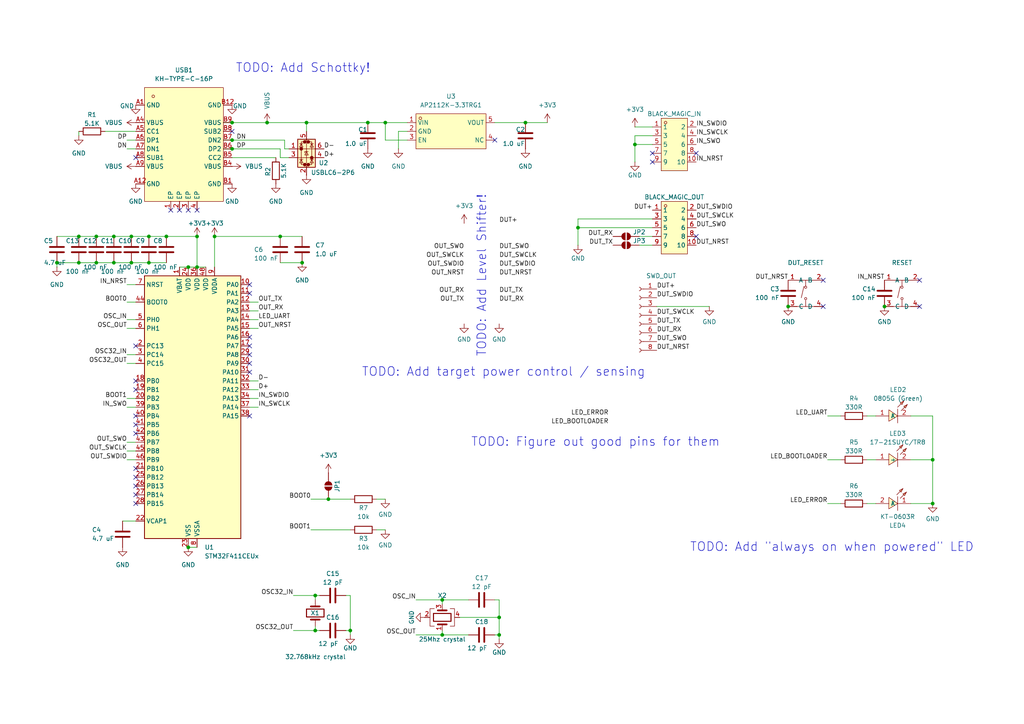
<source format=kicad_sch>
(kicad_sch (version 20231120) (generator "eeschema") (generator_version "8.0")
  (paper "A4")
  (lib_symbols
    (symbol "1.0 uF_1" (pin_numbers hide) (pin_names (offset 0.254))
      (property "Reference" "C" (at 0.635 2.54 0))
      (property "Value" "1.0 uF" (at 0.635 -2.54 0))
      (symbol "1.0 uF_1_1_1"
        (pin passive line (at 0 3.81 270) (length 2.794) (name "~") (number "1"))
        (pin passive line (at 0 -3.81 90) (length 2.794) (name "~") (number "2"))
      )
    )
    (symbol "100 nF_1" (pin_numbers hide) (pin_names (offset 0.254))
      (property "Reference" "C" (at 0.635 2.54 0))
      (property "Value" "100 nF" (at 0.635 -2.54 0))
      (symbol "100 nF_1_1_1"
        (pin passive line (at 0 3.81 270) (length 2.794) (name "~") (number "1"))
        (pin passive line (at 0 -3.81 90) (length 2.794) (name "~") (number "2"))
      )
    )
    (symbol "Connector:Conn_01x08_Female" (pin_names (offset 1.016) hide)
      (property "Reference" "J" (at 0 10.16 0))
      (property "Value" "Conn_01x08_Female" (at 0 -12.7 0))
      (symbol "Conn_01x08_Female_1_1"
        (pin passive line (at -5.08 7.62 0) (length 3.81) (name "Pin_1") (number "1"))
        (pin passive line (at -5.08 5.08 0) (length 3.81) (name "Pin_2") (number "2"))
        (pin passive line (at -5.08 2.54 0) (length 3.81) (name "Pin_3") (number "3"))
        (pin passive line (at -5.08 0 0) (length 3.81) (name "Pin_4") (number "4"))
        (pin passive line (at -5.08 -2.54 0) (length 3.81) (name "Pin_5") (number "5"))
        (pin passive line (at -5.08 -5.08 0) (length 3.81) (name "Pin_6") (number "6"))
        (pin passive line (at -5.08 -7.62 0) (length 3.81) (name "Pin_7") (number "7"))
        (pin passive line (at -5.08 -10.16 0) (length 3.81) (name "Pin_8") (number "8"))
      )
    )
    (symbol "Device:R" (pin_numbers hide) (pin_names (offset 0))
      (property "Reference" "R" (at 2.032 0 90))
      (property "Value" "R" (at 0 0 90))
      (symbol "R_1_1"
        (pin passive line (at 0 3.81 270) (length 1.27) (name "~") (number "1"))
        (pin passive line (at 0 -3.81 90) (length 1.27) (name "~") (number "2"))
      )
    )
    (symbol "Jumper:SolderJumper_2_Open" (pin_numbers hide) (pin_names (offset 0) hide) (exclude_from_sim yes) (in_bom no)
      (property "Reference" "JP" (at 0 2.032 0))
      (property "Value" "SolderJumper_2_Open" (at 0 -2.54 0))
      (symbol "SolderJumper_2_Open_1_1"
        (pin passive line (at -3.81 0 0) (length 2.54) (name "A") (number "1"))
        (pin passive line (at 3.81 0 180) (length 2.54) (name "B") (number "2"))
      )
    )
    (symbol "MCU_ST_STM32F4:STM32F411CEUx"
      (property "Reference" "U" (at -12.7 39.37 0))
      (property "Value" "STM32F411CEUx" (at 10.16 39.37 0))
      (symbol "STM32F411CEUx_1_1"
        (pin power_in line (at -2.54 40.64 270) (length 2.54) (name "VBAT") (number "1"))
        (pin bidirectional line (at 17.78 35.56 180) (length 2.54) (name "PA0") (number "10"))
        (pin bidirectional line (at 17.78 33.02 180) (length 2.54) (name "PA1") (number "11"))
        (pin bidirectional line (at 17.78 30.48 180) (length 2.54) (name "PA2") (number "12"))
        (pin bidirectional line (at 17.78 27.94 180) (length 2.54) (name "PA3") (number "13"))
        (pin bidirectional line (at 17.78 25.4 180) (length 2.54) (name "PA4") (number "14"))
        (pin bidirectional line (at 17.78 22.86 180) (length 2.54) (name "PA5") (number "15"))
        (pin bidirectional line (at 17.78 20.32 180) (length 2.54) (name "PA6") (number "16"))
        (pin bidirectional line (at 17.78 17.78 180) (length 2.54) (name "PA7") (number "17"))
        (pin bidirectional line (at -15.24 7.62 0) (length 2.54) (name "PB0") (number "18"))
        (pin bidirectional line (at -15.24 5.08 0) (length 2.54) (name "PB1") (number "19"))
        (pin bidirectional line (at -15.24 17.78 0) (length 2.54) (name "PC13") (number "2"))
        (pin bidirectional line (at -15.24 2.54 0) (length 2.54) (name "PB2") (number "20"))
        (pin bidirectional line (at -15.24 -17.78 0) (length 2.54) (name "PB10") (number "21"))
        (pin power_out line (at -15.24 -33.02 0) (length 2.54) (name "VCAP1") (number "22"))
        (pin power_in line (at 0 -40.64 90) (length 2.54) (name "VSS") (number "23"))
        (pin power_in line (at 0 40.64 270) (length 2.54) (name "VDD") (number "24"))
        (pin bidirectional line (at -15.24 -20.32 0) (length 2.54) (name "PB12") (number "25"))
        (pin bidirectional line (at -15.24 -22.86 0) (length 2.54) (name "PB13") (number "26"))
        (pin bidirectional line (at -15.24 -25.4 0) (length 2.54) (name "PB14") (number "27"))
        (pin bidirectional line (at -15.24 -27.94 0) (length 2.54) (name "PB15") (number "28"))
        (pin bidirectional line (at 17.78 15.24 180) (length 2.54) (name "PA8") (number "29"))
        (pin bidirectional line (at -15.24 15.24 0) (length 2.54) (name "PC14") (number "3"))
        (pin bidirectional line (at 17.78 12.7 180) (length 2.54) (name "PA9") (number "30"))
        (pin bidirectional line (at 17.78 10.16 180) (length 2.54) (name "PA10") (number "31"))
        (pin bidirectional line (at 17.78 7.62 180) (length 2.54) (name "PA11") (number "32"))
        (pin bidirectional line (at 17.78 5.08 180) (length 2.54) (name "PA12") (number "33"))
        (pin bidirectional line (at 17.78 2.54 180) (length 2.54) (name "PA13") (number "34"))
        (pin passive line (at 0 -40.64 90) (length 2.54) hide (name "VSS") (number "35"))
        (pin power_in line (at 2.54 40.64 270) (length 2.54) (name "VDD") (number "36"))
        (pin bidirectional line (at 17.78 0 180) (length 2.54) (name "PA14") (number "37"))
        (pin bidirectional line (at 17.78 -2.54 180) (length 2.54) (name "PA15") (number "38"))
        (pin bidirectional line (at -15.24 0 0) (length 2.54) (name "PB3") (number "39"))
        (pin bidirectional line (at -15.24 12.7 0) (length 2.54) (name "PC15") (number "4"))
        (pin bidirectional line (at -15.24 -2.54 0) (length 2.54) (name "PB4") (number "40"))
        (pin bidirectional line (at -15.24 -5.08 0) (length 2.54) (name "PB5") (number "41"))
        (pin bidirectional line (at -15.24 -7.62 0) (length 2.54) (name "PB6") (number "42"))
        (pin bidirectional line (at -15.24 -10.16 0) (length 2.54) (name "PB7") (number "43"))
        (pin input line (at -15.24 30.48 0) (length 2.54) (name "BOOT0") (number "44"))
        (pin bidirectional line (at -15.24 -12.7 0) (length 2.54) (name "PB8") (number "45"))
        (pin bidirectional line (at -15.24 -15.24 0) (length 2.54) (name "PB9") (number "46"))
        (pin passive line (at 0 -40.64 90) (length 2.54) hide (name "VSS") (number "47"))
        (pin power_in line (at 5.08 40.64 270) (length 2.54) (name "VDD") (number "48"))
        (pin passive line (at 0 -40.64 90) (length 2.54) hide (name "VSS") (number "49"))
        (pin bidirectional line (at -15.24 25.4 0) (length 2.54) (name "PH0") (number "5"))
        (pin bidirectional line (at -15.24 22.86 0) (length 2.54) (name "PH1") (number "6"))
        (pin input line (at -15.24 35.56 0) (length 2.54) (name "NRST") (number "7"))
        (pin power_in line (at 2.54 -40.64 90) (length 2.54) (name "VSSA") (number "8"))
        (pin power_in line (at 7.62 40.64 270) (length 2.54) (name "VDDA") (number "9"))
      )
    )
    (symbol "Ostranna:1.0 uF" (pin_numbers hide) (pin_names (offset 0.254))
      (property "Reference" "C" (at 0.635 2.54 0))
      (property "Value" "1.0 uF" (at 0.635 -2.54 0))
      (symbol "1.0 uF_1_1"
        (pin passive line (at 0 3.81 270) (length 2.794) (name "~") (number "1"))
        (pin passive line (at 0 -3.81 90) (length 2.794) (name "~") (number "2"))
      )
    )
    (symbol "Ostranna:100 nF" (pin_numbers hide) (pin_names (offset 0.254))
      (property "Reference" "C" (at 0.635 2.54 0))
      (property "Value" "100 nF" (at 0.635 -2.54 0))
      (symbol "100 nF_1_1"
        (pin passive line (at 0 3.81 270) (length 2.794) (name "~") (number "1"))
        (pin passive line (at 0 -3.81 90) (length 2.794) (name "~") (number "2"))
      )
    )
    (symbol "Ostranna:100R Resistor" (pin_numbers hide) (pin_names (offset 0))
      (property "Reference" "R" (at 2.032 0 90))
      (property "Value" "100R Resistor" (at 0 0 90))
      (symbol "100R Resistor_1_1"
        (pin passive line (at 0 3.81 270) (length 1.27) (name "~") (number "1"))
        (pin passive line (at 0 -3.81 90) (length 1.27) (name "~") (number "2"))
      )
    )
    (symbol "Ostranna:10k Resistor" (pin_numbers hide) (pin_names (offset 0))
      (property "Reference" "R" (at 0 2.032 0))
      (property "Value" "10k" (at 0 0 0))
      (symbol "10k Resistor_1_1"
        (pin passive line (at -3.81 0 0) (length 1.27) (name "~") (number "1"))
        (pin passive line (at 3.81 0 180) (length 1.27) (name "~") (number "2"))
      )
    )
    (symbol "Ostranna:12 pF" (pin_numbers hide) (pin_names (offset 0.254))
      (property "Reference" "C" (at 0.635 2.54 0))
      (property "Value" "12 pF" (at 0.635 -2.54 0))
      (symbol "12 pF_1_1"
        (pin passive line (at 0 3.81 270) (length 2.794) (name "~") (number "1"))
        (pin passive line (at 0 -3.81 90) (length 2.794) (name "~") (number "2"))
      )
    )
    (symbol "Ostranna:25Mhz crystal" (pin_names (offset 1.016) hide)
      (property "Reference" "X" (at 3.175 5.08 0))
      (property "Value" "25Mhz crystal" (at 3.175 3.175 0))
      (symbol "25Mhz crystal_1_1"
        (pin passive line (at -3.81 0 0) (length 1.27) (name "1") (number "1"))
        (pin passive line (at 0 5.08 270) (length 1.27) (name "2") (number "2"))
        (pin passive line (at 3.81 0 180) (length 1.27) (name "3") (number "3"))
        (pin passive line (at 0 -5.08 90) (length 1.27) (name "4") (number "4"))
      )
    )
    (symbol "Ostranna:32.768kHz crystal" (pin_numbers hide) (pin_names (offset 1.016) hide)
      (property "Reference" "X" (at 0 3.81 0))
      (property "Value" "32.768kHz crystal" (at 0 -3.81 0))
      (symbol "32.768kHz crystal_1_1"
        (pin passive line (at -3.81 0 0) (length 1.27) (name "1") (number "1"))
        (pin passive line (at 3.81 0 180) (length 1.27) (name "2") (number "2"))
      )
    )
    (symbol "Ostranna:4.7 uF" (pin_numbers hide) (pin_names (offset 0.254))
      (property "Reference" "C" (at 0.635 2.54 0))
      (property "Value" "4.7 uF" (at 0.635 -2.54 0))
      (symbol "4.7 uF_1_1"
        (pin passive line (at 0 3.81 270) (length 2.794) (name "~") (number "1"))
        (pin passive line (at 0 -3.81 90) (length 2.794) (name "~") (number "2"))
      )
    )
    (symbol "Power_Protection:USBLC6-2P6" (pin_names hide)
      (property "Reference" "U" (at 0.635 5.715 0))
      (property "Value" "USBLC6-2P6" (at 0.635 3.81 0))
      (symbol "USBLC6-2P6_1_1"
        (pin passive line (at -5.08 0 0) (length 2.54) (name "I/O1") (number "1"))
        (pin passive line (at 0 -7.62 90) (length 2.54) (name "GND") (number "2"))
        (pin passive line (at -5.08 -2.54 0) (length 2.54) (name "I/O2") (number "3"))
        (pin passive line (at 5.08 -2.54 180) (length 2.54) (name "I/O2") (number "4"))
        (pin passive line (at 0 5.08 270) (length 2.54) (name "VBUS") (number "5"))
        (pin passive line (at 5.08 0 180) (length 2.54) (name "I/O1") (number "6"))
      )
    )
    (symbol "easyeda2kicad:0805G(Green)"
      (property "Reference" "LED" (at 0 5.08 0))
      (property "Value" "0805G (Green)" (at 0 -5.08 0))
      (symbol "0805G(Green)_0_1"
        (pin unspecified line (at 5.08 0 180) (length 3.81) (name "A") (number "1"))
        (pin unspecified line (at -5.08 0 0) (length 3.81) (name "K") (number "2"))
      )
    )
    (symbol "easyeda2kicad:17-21SUYC_TR8"
      (property "Reference" "LED" (at 0 5.08 0))
      (property "Value" "17-21SUYC/TR8" (at 0 -5.08 0))
      (symbol "17-21SUYC_TR8_0_1"
        (pin unspecified line (at 5.08 0 180) (length 3.81) (name "+") (number "1"))
        (pin unspecified line (at -5.08 0 0) (length 3.81) (name "-") (number "2"))
      )
    )
    (symbol "easyeda2kicad:AP2112K-3.3TRG1"
      (property "Reference" "U" (at 0 7.62 0))
      (property "Value" "AP2112K-3.3TRG1" (at 0 -7.62 0))
      (symbol "AP2112K-3.3TRG1_0_1"
        (pin unspecified line (at -12.7 2.54 0) (length 2.54) (name "VIN") (number "1"))
        (pin unspecified line (at -12.7 0 0) (length 2.54) (name "GND") (number "2"))
        (pin unspecified line (at -12.7 -2.54 0) (length 2.54) (name "EN") (number "3"))
        (pin unspecified line (at 12.7 -2.54 180) (length 2.54) (name "NC") (number "4"))
        (pin unspecified line (at 12.7 2.54 180) (length 2.54) (name "VOUT") (number "5"))
      )
    )
    (symbol "easyeda2kicad:KH-1.27PH180-2X5P-L7.2-SMT"
      (property "Reference" "H" (at 0 10.16 0))
      (property "Value" "KH-1.27PH180-2X5P-L7.2-SMT" (at 0 -10.16 0))
      (symbol "KH-1.27PH180-2X5P-L7.2-SMT_0_1"
        (pin unspecified line (at -6.35 5.08 0) (length 2.54) (name "1") (number "1"))
        (pin unspecified line (at 6.35 -5.08 180) (length 2.54) (name "10") (number "10"))
        (pin unspecified line (at 6.35 5.08 180) (length 2.54) (name "2") (number "2"))
        (pin unspecified line (at -6.35 2.54 0) (length 2.54) (name "3") (number "3"))
        (pin unspecified line (at 6.35 2.54 180) (length 2.54) (name "4") (number "4"))
        (pin unspecified line (at -6.35 0 0) (length 2.54) (name "5") (number "5"))
        (pin unspecified line (at 6.35 0 180) (length 2.54) (name "6") (number "6"))
        (pin unspecified line (at -6.35 -2.54 0) (length 2.54) (name "7") (number "7"))
        (pin unspecified line (at 6.35 -2.54 180) (length 2.54) (name "8") (number "8"))
        (pin unspecified line (at -6.35 -5.08 0) (length 2.54) (name "9") (number "9"))
      )
    )
    (symbol "easyeda2kicad:KH-TYPE-C-16P"
      (property "Reference" "USB" (at 0 17.78 0))
      (property "Value" "KH-TYPE-C-16P" (at 0 -22.86 0))
      (symbol "KH-TYPE-C-16P_0_1"
        (pin unspecified line (at -5.08 -17.78 90) (length 2.54) (name "EP") (number "1"))
        (pin unspecified line (at -2.54 -17.78 90) (length 2.54) (name "EP") (number "2"))
        (pin unspecified line (at 0 -17.78 90) (length 2.54) (name "EP") (number "3"))
        (pin unspecified line (at 2.54 -17.78 90) (length 2.54) (name "EP") (number "4"))
        (pin unspecified line (at -15.24 12.7 0) (length 2.54) (name "GND") (number "A1"))
        (pin unspecified line (at -15.24 -10.16 0) (length 2.54) (name "GND") (number "A12"))
        (pin unspecified line (at -15.24 7.62 0) (length 2.54) (name "VBUS") (number "A4"))
        (pin unspecified line (at -15.24 5.08 0) (length 2.54) (name "CC1") (number "A5"))
        (pin unspecified line (at -15.24 2.54 0) (length 2.54) (name "DP1") (number "A6"))
        (pin unspecified line (at -15.24 0 0) (length 2.54) (name "DN1") (number "A7"))
        (pin unspecified line (at -15.24 -2.54 0) (length 2.54) (name "SUB1") (number "A8"))
        (pin unspecified line (at -15.24 -5.08 0) (length 2.54) (name "VBUS") (number "A9"))
        (pin unspecified line (at 12.7 -10.16 180) (length 2.54) (name "GND") (number "B1"))
        (pin unspecified line (at 12.7 12.7 180) (length 2.54) (name "GND") (number "B12"))
        (pin unspecified line (at 12.7 -5.08 180) (length 2.54) (name "VBUS") (number "B4"))
        (pin unspecified line (at 12.7 -2.54 180) (length 2.54) (name "CC2") (number "B5"))
        (pin unspecified line (at 12.7 0 180) (length 2.54) (name "DP2") (number "B6"))
        (pin unspecified line (at 12.7 2.54 180) (length 2.54) (name "DN2") (number "B7"))
        (pin unspecified line (at 12.7 5.08 180) (length 2.54) (name "SUB2") (number "B8"))
        (pin unspecified line (at 12.7 7.62 180) (length 2.54) (name "VBUS") (number "B9"))
      )
    )
    (symbol "easyeda2kicad:KT-0603R"
      (property "Reference" "LED" (at 0 5.08 0))
      (property "Value" "KT-0603R" (at 0 -5.08 0))
      (symbol "KT-0603R_0_1"
        (pin unspecified line (at -5.08 0 0) (length 3.81) (name "K") (number "1"))
        (pin unspecified line (at 5.08 0 180) (length 3.81) (name "A") (number "2"))
      )
    )
    (symbol "easyeda2kicad:TS-1187A-B-A-B"
      (property "Reference" "SW" (at 0 7.62 0))
      (property "Value" "TS-1187A-B-A-B" (at 0 -10.16 0))
      (symbol "TS-1187A-B-A-B_0_1"
        (pin unspecified line (at -5.08 2.54 0) (length 2.54) (name "A") (number "1"))
        (pin unspecified line (at 5.08 2.54 180) (length 2.54) (name "B") (number "2"))
        (pin unspecified line (at -5.08 -5.08 0) (length 2.54) (name "C") (number "3"))
        (pin unspecified line (at 5.08 -5.08 180) (length 2.54) (name "D") (number "4"))
      )
    )
    (symbol "power:+3V3" (power) (pin_numbers hide) (pin_names (offset 0) hide)
      (property "Value" "+3V3" (at 0 3.556 0))
      (symbol "+3V3_1_1"
        (pin power_in line (at 0 0 90) (length 0) (name "~") (number "1"))
      )
    )
    (symbol "power:GND" (power) (pin_numbers hide) (pin_names (offset 0) hide)
      (property "Value" "GND" (at 0 -3.81 0))
      (symbol "GND_1_1"
        (pin power_in line (at 0 0 270) (length 0) (name "~") (number "1"))
      )
    )
    (symbol "power:VBUS" (power) (pin_numbers hide) (pin_names (offset 0) hide)
      (property "Value" "VBUS" (at 0 3.556 0))
      (symbol "VBUS_1_1"
        (pin power_in line (at 0 0 90) (length 0) (name "~") (number "1"))
      )
    )
  )
  (junction (at 144.78 179.07))
  (junction (at 67.31 35.56))
  (junction (at 16.51 76.2))
  (junction (at 62.23 68.58))
  (junction (at 27.94 68.58))
  (junction (at 81.28 68.58))
  (junction (at 33.02 68.58))
  (junction (at 43.18 68.58))
  (junction (at 144.78 184.15))
  (junction (at 101.6 182.88))
  (junction (at 184.15 41.91))
  (junction (at 128.27 184.15))
  (junction (at 43.18 76.2))
  (junction (at 106.68 35.56))
  (junction (at 228.6 88.9))
  (junction (at 88.9 35.56))
  (junction (at 87.63 76.2))
  (junction (at 22.86 68.58))
  (junction (at 27.94 76.2))
  (junction (at 91.44 172.72))
  (junction (at 57.15 77.47))
  (junction (at 95.25 144.78))
  (junction (at 38.1 76.2))
  (junction (at 48.26 68.58))
  (junction (at 54.61 158.75))
  (junction (at 128.27 173.99))
  (junction (at 33.02 76.2))
  (junction (at 57.15 68.58))
  (junction (at 91.44 182.88))
  (junction (at 54.61 77.47))
  (junction (at 67.31 40.64))
  (junction (at 111.76 35.56))
  (junction (at 67.31 43.18))
  (junction (at 167.64 66.04))
  (junction (at 152.4 35.56))
  (junction (at 270.51 146.05))
  (junction (at 38.1 68.58))
  (junction (at 256.54 88.9))
  (junction (at 22.86 76.2))
  (junction (at 270.51 133.35))
  (junction (at 77.47 35.56))
  (no_connect (at 39.37 143.51))
  (no_connect (at 72.39 97.79))
  (no_connect (at 39.37 45.72))
  (no_connect (at 39.37 120.65))
  (no_connect (at 266.7 88.9))
  (no_connect (at 72.39 100.33))
  (no_connect (at 201.93 44.45))
  (no_connect (at 238.76 88.9))
  (no_connect (at 39.37 100.33))
  (no_connect (at 52.07 60.96))
  (no_connect (at 238.76 81.28))
  (no_connect (at 72.39 82.55))
  (no_connect (at 72.39 107.95))
  (no_connect (at 72.39 105.41))
  (no_connect (at 49.53 60.96))
  (no_connect (at 189.23 46.99))
  (no_connect (at 39.37 138.43))
  (no_connect (at 39.37 140.97))
  (no_connect (at 72.39 85.09))
  (no_connect (at 39.37 146.05))
  (no_connect (at 72.39 102.87))
  (no_connect (at 39.37 113.03))
  (no_connect (at 189.23 44.45))
  (no_connect (at 72.39 120.65))
  (no_connect (at 39.37 135.89))
  (no_connect (at 201.93 68.58))
  (no_connect (at 39.37 110.49))
  (no_connect (at 39.37 125.73))
  (no_connect (at 54.61 60.96))
  (no_connect (at 57.15 60.96))
  (no_connect (at 266.7 81.28))
  (no_connect (at 143.51 40.64))
  (no_connect (at 39.37 123.19))
  (no_connect (at 67.31 38.1))
  (wire (pts (xy 33.02 76.2) (xy 38.1 76.2)))
  (wire (pts (xy 38.1 68.58) (xy 43.18 68.58)))
  (wire (pts (xy 74.93 110.49) (xy 72.39 110.49)))
  (wire (pts (xy 74.93 92.71) (xy 72.39 92.71)))
  (wire (pts (xy 16.51 77.47) (xy 16.51 76.2)))
  (wire (pts (xy 270.51 133.35) (xy 270.51 146.05)))
  (wire (pts (xy 115.57 38.1) (xy 115.57 43.18)))
  (wire (pts (xy 120.65 184.15) (xy 128.27 184.15)))
  (wire (pts (xy 72.39 87.63) (xy 74.93 87.63)))
  (wire (pts (xy 74.93 95.25) (xy 72.39 95.25)))
  (wire (pts (xy 144.78 179.07) (xy 144.78 184.15)))
  (wire (pts (xy 251.46 120.65) (xy 254 120.65)))
  (wire (pts (xy 111.76 40.64) (xy 111.76 35.56)))
  (wire (pts (xy 67.31 45.72) (xy 80.01 45.72)))
  (wire (pts (xy 264.16 133.35) (xy 270.51 133.35)))
  (wire (pts (xy 101.6 153.67) (xy 90.17 153.67)))
  (wire (pts (xy 111.76 144.78) (xy 109.22 144.78)))
  (wire (pts (xy 57.15 68.58) (xy 57.15 77.47)))
  (wire (pts (xy 36.83 43.18) (xy 39.37 43.18)))
  (wire (pts (xy 36.83 87.63) (xy 39.37 87.63)))
  (wire (pts (xy 81.28 76.2) (xy 87.63 76.2)))
  (wire (pts (xy 167.64 66.04) (xy 189.23 66.04)))
  (wire (pts (xy 22.86 76.2) (xy 27.94 76.2)))
  (wire (pts (xy 133.35 179.07) (xy 144.78 179.07)))
  (wire (pts (xy 27.94 68.58) (xy 33.02 68.58)))
  (wire (pts (xy 57.15 77.47) (xy 59.69 77.47)))
  (wire (pts (xy 27.94 76.2) (xy 33.02 76.2)))
  (wire (pts (xy 82.55 40.64) (xy 67.31 40.64)))
  (wire (pts (xy 54.61 77.47) (xy 57.15 77.47)))
  (wire (pts (xy 36.83 133.35) (xy 39.37 133.35)))
  (wire (pts (xy 189.23 63.5) (xy 167.64 63.5)))
  (wire (pts (xy 167.64 71.12) (xy 167.64 66.04)))
  (wire (pts (xy 16.51 68.58) (xy 22.86 68.58)))
  (wire (pts (xy 106.68 35.56) (xy 111.76 35.56)))
  (wire (pts (xy 243.84 146.05) (xy 240.03 146.05)))
  (wire (pts (xy 81.28 43.18) (xy 67.31 43.18)))
  (wire (pts (xy 77.47 35.56) (xy 88.9 35.56)))
  (wire (pts (xy 118.11 40.64) (xy 111.76 40.64)))
  (wire (pts (xy 64.77 40.64) (xy 67.31 40.64)))
  (wire (pts (xy 270.51 146.05) (xy 264.16 146.05)))
  (wire (pts (xy 184.15 36.83) (xy 189.23 36.83)))
  (wire (pts (xy 64.77 43.18) (xy 67.31 43.18)))
  (wire (pts (xy 38.1 76.2) (xy 43.18 76.2)))
  (wire (pts (xy 95.25 144.78) (xy 101.6 144.78)))
  (wire (pts (xy 64.77 35.56) (xy 67.31 35.56)))
  (wire (pts (xy 36.83 82.55) (xy 39.37 82.55)))
  (wire (pts (xy 72.39 118.11) (xy 74.93 118.11)))
  (wire (pts (xy 184.15 39.37) (xy 184.15 41.91)))
  (wire (pts (xy 111.76 35.56) (xy 118.11 35.56)))
  (wire (pts (xy 62.23 68.58) (xy 81.28 68.58)))
  (wire (pts (xy 100.33 172.72) (xy 101.6 172.72)))
  (wire (pts (xy 243.84 120.65) (xy 240.03 120.65)))
  (wire (pts (xy 30.48 38.1) (xy 39.37 38.1)))
  (wire (pts (xy 264.16 120.65) (xy 270.51 120.65)))
  (wire (pts (xy 67.31 35.56) (xy 77.47 35.56)))
  (wire (pts (xy 36.83 128.27) (xy 39.37 128.27)))
  (wire (pts (xy 72.39 90.17) (xy 74.93 90.17)))
  (wire (pts (xy 144.78 185.42) (xy 144.78 184.15)))
  (wire (pts (xy 143.51 184.15) (xy 144.78 184.15)))
  (wire (pts (xy 120.65 173.99) (xy 128.27 173.99)))
  (wire (pts (xy 135.89 173.99) (xy 128.27 173.99)))
  (wire (pts (xy 36.83 40.64) (xy 39.37 40.64)))
  (wire (pts (xy 54.61 158.75) (xy 57.15 158.75)))
  (wire (pts (xy 88.9 38.1) (xy 88.9 35.56)))
  (wire (pts (xy 81.28 68.58) (xy 87.63 68.58)))
  (wire (pts (xy 185.42 71.12) (xy 189.23 71.12)))
  (wire (pts (xy 48.26 68.58) (xy 57.15 68.58)))
  (wire (pts (xy 36.83 130.81) (xy 39.37 130.81)))
  (wire (pts (xy 35.56 151.13) (xy 39.37 151.13)))
  (wire (pts (xy 82.55 43.18) (xy 83.82 43.18)))
  (wire (pts (xy 16.51 76.2) (xy 22.86 76.2)))
  (wire (pts (xy 184.15 46.99) (xy 184.15 41.91)))
  (wire (pts (xy 270.51 120.65) (xy 270.51 133.35)))
  (wire (pts (xy 92.71 172.72) (xy 91.44 172.72)))
  (wire (pts (xy 33.02 68.58) (xy 38.1 68.58)))
  (wire (pts (xy 36.83 102.87) (xy 39.37 102.87)))
  (wire (pts (xy 152.4 35.56) (xy 158.75 35.56)))
  (wire (pts (xy 143.51 35.56) (xy 152.4 35.56)))
  (wire (pts (xy 85.09 172.72) (xy 91.44 172.72)))
  (wire (pts (xy 82.55 43.18) (xy 82.55 40.64)))
  (wire (pts (xy 101.6 172.72) (xy 101.6 182.88)))
  (wire (pts (xy 88.9 35.56) (xy 106.68 35.56)))
  (wire (pts (xy 91.44 182.88) (xy 91.44 181.61)))
  (wire (pts (xy 43.18 68.58) (xy 48.26 68.58)))
  (wire (pts (xy 144.78 173.99) (xy 143.51 173.99)))
  (wire (pts (xy 95.25 144.78) (xy 90.17 144.78)))
  (wire (pts (xy 81.28 45.72) (xy 81.28 43.18)))
  (wire (pts (xy 167.64 63.5) (xy 167.64 66.04)))
  (wire (pts (xy 36.83 118.11) (xy 39.37 118.11)))
  (wire (pts (xy 91.44 172.72) (xy 91.44 173.99)))
  (wire (pts (xy 22.86 39.37) (xy 22.86 38.1)))
  (wire (pts (xy 100.33 182.88) (xy 101.6 182.88)))
  (wire (pts (xy 85.09 182.88) (xy 91.44 182.88)))
  (wire (pts (xy 81.28 45.72) (xy 83.82 45.72)))
  (wire (pts (xy 111.76 153.67) (xy 109.22 153.67)))
  (wire (pts (xy 135.89 184.15) (xy 128.27 184.15)))
  (wire (pts (xy 128.27 184.15) (xy 128.27 182.88)))
  (wire (pts (xy 185.42 68.58) (xy 189.23 68.58)))
  (wire (pts (xy 52.07 77.47) (xy 54.61 77.47)))
  (wire (pts (xy 92.71 182.88) (xy 91.44 182.88)))
  (wire (pts (xy 251.46 133.35) (xy 254 133.35)))
  (wire (pts (xy 184.15 41.91) (xy 189.23 41.91)))
  (wire (pts (xy 36.83 115.57) (xy 39.37 115.57)))
  (wire (pts (xy 118.11 38.1) (xy 115.57 38.1)))
  (wire (pts (xy 36.83 95.25) (xy 39.37 95.25)))
  (wire (pts (xy 101.6 184.15) (xy 101.6 182.88)))
  (wire (pts (xy 144.78 173.99) (xy 144.78 179.07)))
  (wire (pts (xy 189.23 39.37) (xy 184.15 39.37)))
  (wire (pts (xy 243.84 133.35) (xy 240.03 133.35)))
  (wire (pts (xy 72.39 115.57) (xy 74.93 115.57)))
  (wire (pts (xy 22.86 68.58) (xy 27.94 68.58)))
  (wire (pts (xy 251.46 146.05) (xy 254 146.05)))
  (wire (pts (xy 190.5 88.9) (xy 205.74 88.9)))
  (wire (pts (xy 128.27 173.99) (xy 128.27 175.26)))
  (wire (pts (xy 36.83 92.71) (xy 39.37 92.71)))
  (wire (pts (xy 36.83 105.41) (xy 39.37 105.41)))
  (wire (pts (xy 43.18 76.2) (xy 48.26 76.2)))
  (wire (pts (xy 74.93 113.03) (xy 72.39 113.03)))
  (wire (pts (xy 62.23 68.58) (xy 62.23 77.47)))
  (text "TODO: Figure out good pins for them" (at 172.72 128.27 0) (effects (font (size 2.54 2.54))))
  (text "TODO: Add Schottky!" (at 87.884 19.812 0) (effects (font (size 2.54 2.54))))
  (text "TODO: Add target power control / sensing" (at 146.05 107.95 0) (effects (font (size 2.54 2.54))))
  (text "TODO: Add Level Shifter!\n" (at 139.7 80.01 90) (effects (font (size 2.54 2.54))))
  (text "TODO: Add \"always on when powered\" LED" (at 241.3 158.75 0) (effects (font (size 2.54 2.54))))
  (label "OSC32_IN" (at 36.83 102.87 180))
  (label "LED_ERROR" (at 176.53 120.65 180))
  (label "IN_SWDIO" (at 74.93 115.57 0))
  (label "BOOT1" (at 90.17 153.67 180))
  (label "OUT_SWO" (at 134.62 72.39 180))
  (label "D+" (at 93.98 45.72 0))
  (label "DUT_TX" (at 190.5 93.98 0))
  (label "DN" (at 36.83 43.18 180))
  (label "OSC32_IN" (at 85.09 172.72 180))
  (label "LED_ERROR" (at 240.03 146.05 180))
  (label "OSC_OUT" (at 36.83 95.25 180))
  (label "OSC_OUT" (at 120.65 184.15 180))
  (label "D-" (at 93.98 43.18 0))
  (label "DUT_SWO" (at 201.93 66.04 0))
  (label "DUT_SWDIO" (at 201.93 60.96 0))
  (label "OUT_SWO" (at 36.83 128.27 180))
  (label "DP" (at 36.83 40.64 180))
  (label "DUT_RX" (at 177.8 68.58 180))
  (label "DUT+" (at 144.78 64.77 0))
  (label "IN_NRST" (at 201.93 46.99 0))
  (label "OUT_RX" (at 74.93 90.17 0))
  (label "BOOT0" (at 90.17 144.78 180))
  (label "IN_NRST" (at 36.83 82.55 180))
  (label "IN_SWCLK" (at 74.93 118.11 0))
  (label "BOOT0" (at 36.83 87.63 180))
  (label "BOOT1" (at 36.83 115.57 180))
  (label "DUT_RX" (at 144.78 87.63 0))
  (label "LED_UART" (at 240.03 120.65 180))
  (label "OUT_NRST" (at 74.93 95.25 0))
  (label "OUT_SWDIO" (at 134.62 77.47 180))
  (label "IN_SWDIO" (at 201.93 36.83 0))
  (label "LED_BOOTLOADER" (at 240.03 133.35 180))
  (label "DUT_SWCLK" (at 144.78 74.93 0))
  (label "DUT_SWO" (at 144.78 72.39 0))
  (label "DUT+" (at 189.23 60.96 180))
  (label "LED_BOOTLOADER" (at 176.53 123.19 180))
  (label "DUT_SWO" (at 190.5 99.06 0))
  (label "DUT_SWCLK" (at 190.5 91.44 0))
  (label "LED_UART" (at 74.93 92.71 0))
  (label "D-" (at 74.93 110.49 0))
  (label "OSC32_OUT" (at 85.09 182.88 180))
  (label "IN_SWO" (at 36.83 118.11 180))
  (label "D+" (at 74.93 113.03 0))
  (label "OUT_TX" (at 134.62 87.63 180))
  (label "DUT_SWDIO" (at 144.78 77.47 0))
  (label "DP" (at 68.58 43.18 0))
  (label "OSC_IN" (at 120.65 173.99 180))
  (label "OUT_SWCLK" (at 134.62 74.93 180))
  (label "IN_NRST" (at 256.54 81.28 180))
  (label "OUT_SWCLK" (at 36.83 130.81 180))
  (label "OUT_SWDIO" (at 36.83 133.35 180))
  (label "DUT_NRST" (at 228.6 81.28 180))
  (label "OSC_IN" (at 36.83 92.71 180))
  (label "IN_SWCLK" (at 201.93 39.37 0))
  (label "DUT_NRST" (at 190.5 101.6 0))
  (label "DUT_TX" (at 177.8 71.12 180))
  (label "DN" (at 68.58 40.64 0))
  (label "DUT_SWCLK" (at 201.93 63.5 0))
  (label "IN_SWO" (at 201.93 41.91 0))
  (label "OUT_RX" (at 134.62 85.09 180))
  (label "OUT_NRST" (at 134.62 80.01 180))
  (label "DUT+" (at 190.5 83.82 0))
  (label "OSC32_OUT" (at 36.83 105.41 180))
  (label "DUT_NRST" (at 201.93 71.12 0))
  (label "DUT_TX" (at 144.78 85.09 0))
  (label "OUT_TX" (at 74.93 87.63 0))
  (label "DUT_NRST" (at 144.78 80.01 0))
  (label "DUT_RX" (at 190.5 96.52 0))
  (label "DUT_SWDIO" (at 190.5 86.36 0))
  (symbol (lib_id "power:GND") (at 106.68 43.18 0) (unit 1)
    (property "Reference" "#PWR013" (effects (hide yes)))
    (property "Value" "GND" (at 106.68 48.26 0))
    (property "Description" "Power symbol creates a global label with name \"GND\" , ground" (effects (hide yes)))
  )
  (symbol (lib_id "power:GND") (at 144.78 93.98 0) (unit 1)
    (property "Reference" "#PWR017" (effects (hide yes)))
    (property "Value" "GND" (at 144.78 98.4234 0))
  )
  (symbol (lib_name "100 nF_1") (lib_id "Ostranna:100 nF") (at 33.02 72.39 0) (unit 1)
    (property "Reference" "C11" (at 29.21 69.85 0) (effects (justify left)))
    (property "Value" "100 nF" (at 29.21 78.74 0) (effects (justify left)))
    (property "Footprint" "Capacitor_SMD:C_0402_1005Metric" (effects (hide yes)))
    (property "Description" "Capacitor" (effects (hide yes)))
    (property "LCSC" "C1525" (effects (hide yes)))
    (property "LCSC type" "Basic" (effects (hide yes)))
  )
  (symbol (lib_id "power:GND") (at 80.01 53.34 0) (unit 1)
    (property "Reference" "#PWR010" (effects (hide yes)))
    (property "Value" "GND" (at 80.01 58.42 0))
    (property "Description" "Power symbol creates a global label with name \"GND\" , ground" (effects (hide yes)))
  )
  (symbol (lib_name "100 nF_1") (lib_id "Ostranna:100 nF") (at 38.1 72.39 0) (unit 1)
    (property "Reference" "C10" (at 34.29 69.85 0) (effects (justify left)))
    (property "Value" "100 nF" (at 34.29 77.47 0) (effects (justify left)))
    (property "Footprint" "Capacitor_SMD:C_0402_1005Metric" (effects (hide yes)))
    (property "Description" "Capacitor" (effects (hide yes)))
    (property "LCSC" "C1525" (effects (hide yes)))
    (property "LCSC type" "Basic" (effects (hide yes)))
  )
  (symbol (lib_id "power:GND") (at 152.4 43.18 0) (unit 1)
    (property "Reference" "#PWR015" (effects (hide yes)))
    (property "Value" "GND" (at 152.4 48.26 0))
    (property "Description" "Power symbol creates a global label with name \"GND\" , ground" (effects (hide yes)))
  )
  (symbol (lib_id "Ostranna:1.0 uF") (at 152.4 39.37 0) (unit 1)
    (property "Reference" "C2" (at 149.606 37.592 0) (effects (justify left)))
    (property "Value" "1.0 uF" (at 145.796 41.656 0) (effects (justify left)))
    (property "Footprint" "Capacitor_SMD:C_0603_1608Metric" (effects (hide yes)))
    (property "Description" "Capacitor" (effects (hide yes)))
    (property "LCSC" "C15849" (effects (hide yes)))
    (property "LCSC type" "Basic" (effects (hide yes)))
  )
  (symbol (lib_id "power:GND") (at 39.37 30.48 0) (unit 1)
    (property "Reference" "#PWR02" (effects (hide yes)))
    (property "Value" "GND" (at 36.83 30.734 0))
    (property "Description" "Power symbol creates a global label with name \"GND\" , ground" (effects (hide yes)))
  )
  (symbol (lib_name "100 nF_1") (lib_id "Ostranna:100 nF") (at 48.26 72.39 0) (unit 1)
    (property "Reference" "C8" (at 44.45 69.85 0) (effects (justify left)))
    (property "Value" "100 nF" (at 44.45 77.47 0) (effects (justify left)))
    (property "Footprint" "Capacitor_SMD:C_0402_1005Metric" (effects (hide yes)))
    (property "Description" "Capacitor" (effects (hide yes)))
    (property "LCSC" "C1525" (effects (hide yes)))
    (property "LCSC type" "Basic" (effects (hide yes)))
  )
  (symbol (lib_id "Jumper:SolderJumper_2_Open") (at 181.61 71.12 180) (unit 1) (exclude_from_sim yes) (in_bom no)
    (property "Reference" "JP3" (at 185.42 69.85 0))
    (property "Value" "SolderJumper_2_Open" (effects (hide yes)))
    (property "Footprint" "Jumper:SolderJumper-2_P1.3mm_Open_RoundedPad1.0x1.5mm" (effects (hide yes)))
    (property "Description" "Solder Jumper, 2-pole, open" (effects (hide yes)))
  )
  (symbol (lib_id "power:GND") (at 228.6 88.9 0) (unit 1)
    (property "Reference" "#PWR020" (effects (hide yes)))
    (property "Value" "GND" (at 228.6 93.3434 0))
  )
  (symbol (lib_id "power:GND") (at 88.9 50.8 0) (unit 1)
    (property "Reference" "#PWR012" (effects (hide yes)))
    (property "Value" "GND" (at 88.9 55.88 0))
    (property "Description" "Power symbol creates a global label with name \"GND\" , ground" (effects (hide yes)))
  )
  (symbol (lib_id "easyeda2kicad:KH-1.27PH180-2X5P-L7.2-SMT") (at 195.58 41.91 0) (unit 1)
    (property "Reference" "BLACK_MAGIC_IN" (at 195.58 33.02 0))
    (property "Value" "KH-1.27PH180-2X5P-L7.2-SMT" (effects (hide yes)))
    (property "Footprint" "easyeda2kicad:HDR-SMD_10P-P1.27-V-M-R2-C5-LS5.5" (effects (hide yes)))
    (property "Manufacturer" "kinghelm(金航标)" (effects (hide yes)))
    (property "LCSC Part" "C4943297" (effects (hide yes)))
    (property "JLC Part" "Extended Part" (effects (hide yes)))
  )
  (symbol (lib_id "power:VBUS") (at 39.37 48.26 90) (unit 1)
    (property "Reference" "#PWR04" (effects (hide yes)))
    (property "Value" "VBUS" (at 35.56 48.2599 90) (effects (justify left)))
    (property "Description" "Power symbol creates a global label with name \"VBUS\"" (effects (hide yes)))
  )
  (symbol (lib_id "Jumper:SolderJumper_2_Open") (at 181.61 68.58 180) (unit 1) (exclude_from_sim yes) (in_bom no)
    (property "Reference" "JP2" (at 185.42 67.31 0))
    (property "Value" "SolderJumper_2_Open" (effects (hide yes)))
    (property "Footprint" "Jumper:SolderJumper-2_P1.3mm_Open_RoundedPad1.0x1.5mm" (effects (hide yes)))
    (property "Description" "Solder Jumper, 2-pole, open" (effects (hide yes)))
  )
  (symbol (lib_id "easyeda2kicad:17-21SUYC_TR8") (at 259.08 133.35 0) (mirror y) (unit 1)
    (property "Reference" "LED3" (at 260.35 125.73 0))
    (property "Value" "17-21SUYC/TR8" (at 260.35 128.27 0))
    (property "Footprint" "easyeda2kicad:LED0805-R-RD" (effects (hide yes)))
    (property "Datasheet" "https://lcsc.com/product-detail/Light-Emitting-Diodes-LED_Yellow-light-0805-Highlighted_C2296.html" (effects (hide yes)))
    (property "LCSC Part" "C2296" (effects (hide yes)))
  )
  (symbol (lib_id "power:VBUS") (at 39.37 35.56 90) (unit 1)
    (property "Reference" "#PWR03" (effects (hide yes)))
    (property "Value" "VBUS" (at 35.56 35.5599 90) (effects (justify left)))
    (property "Description" "Power symbol creates a global label with name \"VBUS\"" (effects (hide yes)))
  )
  (symbol (lib_name "1.0 uF_1") (lib_id "Ostranna:1.0 uF") (at 87.63 72.39 0) (unit 1)
    (property "Reference" "C7" (at 91.44 71.1199 0) (effects (justify left)))
    (property "Value" "1.0 uF" (at 91.44 73.6599 0) (effects (justify left)))
    (property "Footprint" "Capacitor_SMD:C_0603_1608Metric" (effects (hide yes)))
    (property "Description" "Capacitor" (effects (hide yes)))
    (property "LCSC" "C15849" (effects (hide yes)))
    (property "LCSC type" "Basic" (effects (hide yes)))
  )
  (symbol (lib_id "Ostranna:100R Resistor") (at 247.65 133.35 270) (mirror x) (unit 1)
    (property "Reference" "R5" (at 247.65 128.27 90))
    (property "Value" "330R" (at 247.65 130.81 90))
    (property "Footprint" "Resistor_SMD:R_0603_1608Metric" (effects (hide yes)))
    (property "LCSC" "C22775" (effects (hide yes)))
  )
  (symbol (lib_id "power:+3V3") (at 62.23 68.58 0) (mirror y) (unit 1)
    (property "Reference" "#PWR027" (effects (hide yes)))
    (property "Value" "+3V3" (at 62.23 64.77 0))
    (property "Description" "Power symbol creates a global label with name \"+3V3\"" (effects (hide yes)))
  )
  (symbol (lib_id "power:GND") (at 16.51 77.47 0) (unit 1)
    (property "Reference" "#PWR025" (effects (hide yes)))
    (property "Value" "GND" (at 16.51 82.55 0))
    (property "Description" "Power symbol creates a global label with name \"GND\" , ground" (effects (hide yes)))
  )
  (symbol (lib_id "power:GND") (at 184.15 46.99 0) (unit 1)
    (property "Reference" "#PWR030" (effects (hide yes)))
    (property "Value" "GND" (at 184.15 50.8 0))
  )
  (symbol (lib_name "100 nF_1") (lib_id "Ostranna:100 nF") (at 81.28 72.39 0) (unit 1)
    (property "Reference" "C6" (at 73.66 72.39 0) (effects (justify left)))
    (property "Value" "100 nF" (at 73.66 74.93 0) (effects (justify left)))
    (property "Footprint" "Capacitor_SMD:C_0402_1005Metric" (effects (hide yes)))
    (property "Description" "Capacitor" (effects (hide yes)))
    (property "LCSC" "C1525" (effects (hide yes)))
    (property "LCSC type" "Basic" (effects (hide yes)))
  )
  (symbol (lib_name "100 nF_1") (lib_id "Ostranna:100 nF") (at 22.86 72.39 0) (unit 1)
    (property "Reference" "C13" (at 19.05 69.85 0) (effects (justify left)))
    (property "Value" "100 nF" (at 19.05 78.74 0) (effects (justify left)))
    (property "Footprint" "Capacitor_SMD:C_0402_1005Metric" (effects (hide yes)))
    (property "Description" "Capacitor" (effects (hide yes)))
    (property "LCSC" "C1525" (effects (hide yes)))
    (property "LCSC type" "Basic" (effects (hide yes)))
  )
  (symbol (lib_id "Ostranna:10k Resistor") (at 105.41 144.78 0) (unit 1)
    (property "Reference" "R7" (at 105.41 147.32 0))
    (property "Value" "10k" (at 105.41 149.86 0))
    (property "Footprint" "Resistor_SMD:R_0402_1005Metric" (effects (hide yes)))
    (property "Description" "Resistor" (effects (hide yes)))
    (property "LCSC" "C25744" (effects (hide yes)))
    (property "LCSC type" "Basic" (effects (hide yes)))
  )
  (symbol (lib_id "easyeda2kicad:TS-1187A-B-A-B") (at 261.62 83.82 0) (unit 1)
    (property "Reference" "RESET" (at 261.62 76.2 0))
    (property "Value" "TS-1187A-B-A-B" (effects (hide yes)))
    (property "Footprint" "easyeda2kicad:SW-SMD_4P-L5.1-W5.1-P3.70-LS6.5-TL-2" (effects (hide yes)))
    (property "Datasheet" "https://lcsc.com/product-detail/Tactile-Switches_XKB-Enterprise-TS-1187-B-A-A_C318884.html" (effects (hide yes)))
    (property "Manufacturer" "XKB Connectivity(中国星坤)" (effects (hide yes)))
    (property "LCSC Part" "C318884" (effects (hide yes)))
    (property "JLC Part" "Basic Part" (effects (hide yes)))
  )
  (symbol (lib_id "power:GND") (at 111.76 153.67 0) (unit 1)
    (property "Reference" "#PWR032" (effects (hide yes)))
    (property "Value" "GND" (at 111.76 158.1134 0))
  )
  (symbol (lib_id "power:VBUS") (at 77.47 35.56 0) (unit 1)
    (property "Reference" "#PWR09" (effects (hide yes)))
    (property "Value" "VBUS" (at 77.4699 31.75 90) (effects (justify left)))
    (property "Description" "Power symbol creates a global label with name \"VBUS\"" (effects (hide yes)))
  )
  (symbol (lib_id "Ostranna:4.7 uF") (at 35.56 154.94 0) (unit 1)
    (property "Reference" "C4" (at 26.67 153.67 0) (effects (justify left)))
    (property "Value" "4.7 uF" (at 26.67 156.21 0) (effects (justify left)))
    (property "Footprint" "Capacitor_SMD:C_0603_1608Metric" (effects (hide yes)))
    (property "Description" "Capacitor" (effects (hide yes)))
    (property "LCSC" "C19666" (effects (hide yes)))
    (property "LCSC type" "Basic" (effects (hide yes)))
  )
  (symbol (lib_id "Device:R") (at 26.67 38.1 90) (unit 1)
    (property "Reference" "R1" (at 26.67 33.274 90))
    (property "Value" "5.1K" (at 26.67 35.814 90))
    (property "Footprint" "Resistor_SMD:R_0402_1005Metric" (effects (hide yes)))
    (property "Description" "Resistor" (effects (hide yes)))
    (property "LCSC Part" "C25941" (effects (hide yes)))
  )
  (symbol (lib_id "power:GND") (at 111.76 144.78 0) (unit 1)
    (property "Reference" "#PWR033" (effects (hide yes)))
    (property "Value" "GND" (at 111.76 149.2234 0))
  )
  (symbol (lib_id "power:GND") (at 123.19 179.07 270) (mirror x) (unit 1)
    (property "Reference" "#PWR037" (effects (hide yes)))
    (property "Value" "GND" (at 119.38 179.07 0))
  )
  (symbol (lib_id "power:+3V3") (at 184.15 36.83 0) (mirror y) (unit 1)
    (property "Reference" "#PWR031" (effects (hide yes)))
    (property "Value" "+3V3" (at 184.15 31.75 0))
    (property "Description" "Power symbol creates a global label with name \"+3V3\"" (effects (hide yes)))
  )
  (symbol (lib_id "power:GND") (at 22.86 39.37 0) (unit 1)
    (property "Reference" "#PWR01" (effects (hide yes)))
    (property "Value" "GND" (at 22.86 44.45 0))
    (property "Description" "Power symbol creates a global label with name \"GND\" , ground" (effects (hide yes)))
  )
  (symbol (lib_id "easyeda2kicad:TS-1187A-B-A-B") (at 233.68 83.82 0) (unit 1)
    (property "Reference" "DUT_RESET" (at 233.68 76.2 0))
    (property "Value" "TS-1187A-B-A-B" (effects (hide yes)))
    (property "Footprint" "easyeda2kicad:SW-SMD_4P-L5.1-W5.1-P3.70-LS6.5-TL-2" (effects (hide yes)))
    (property "Datasheet" "https://lcsc.com/product-detail/Tactile-Switches_XKB-Enterprise-TS-1187-B-A-A_C318884.html" (effects (hide yes)))
    (property "Manufacturer" "XKB Connectivity(中国星坤)" (effects (hide yes)))
    (property "LCSC Part" "C318884" (effects (hide yes)))
    (property "JLC Part" "Basic Part" (effects (hide yes)))
  )
  (symbol (lib_id "Ostranna:100R Resistor") (at 247.65 146.05 270) (mirror x) (unit 1)
    (property "Reference" "R6" (at 247.65 140.97 90))
    (property "Value" "330R" (at 247.65 143.51 90))
    (property "Footprint" "Resistor_SMD:R_0603_1608Metric" (effects (hide yes)))
    (property "LCSC" "C22775" (effects (hide yes)))
  )
  (symbol (lib_id "Ostranna:12 pF") (at 139.7 173.99 270) (mirror x) (unit 1)
    (property "Reference" "C17" (at 139.7 167.64 90))
    (property "Value" "12 pF" (at 139.7 170.18 90))
    (property "Footprint" "Capacitor_SMD:C_0402_1005Metric" (effects (hide yes)))
    (property "LCSC" "C1547" (effects (hide yes)))
    (property "LCSC type" "Basic" (effects (hide yes)))
  )
  (symbol (lib_id "power:+3V3") (at 158.75 35.56 0) (mirror y) (unit 1)
    (property "Reference" "#PWR016" (effects (hide yes)))
    (property "Value" "+3V3" (at 158.75 30.48 0))
    (property "Description" "Power symbol creates a global label with name \"+3V3\"" (effects (hide yes)))
  )
  (symbol (lib_id "Ostranna:4.7 uF") (at 16.51 72.39 0) (unit 1)
    (property "Reference" "C5" (at 12.7 69.85 0) (effects (justify left)))
    (property "Value" "4.7 uF" (at 12.7 76.2 0) (effects (justify left)))
    (property "Footprint" "Capacitor_SMD:C_0603_1608Metric" (effects (hide yes)))
    (property "Description" "Capacitor" (effects (hide yes)))
    (property "LCSC" "C19666" (effects (hide yes)))
    (property "LCSC type" "Basic" (effects (hide yes)))
  )
  (symbol (lib_id "power:GND") (at 205.74 88.9 0) (unit 1)
    (property "Reference" "#PWR019" (effects (hide yes)))
    (property "Value" "GND" (at 205.74 93.3434 0))
  )
  (symbol (lib_id "MCU_ST_STM32F4:STM32F411CEUx") (at 54.61 118.11 0) (unit 1)
    (property "Reference" "U1" (at 59.3441 158.75 0) (effects (justify left)))
    (property "Value" "STM32F411CEUx" (at 59.3441 161.29 0) (effects (justify left)))
    (property "Footprint" "Package_DFN_QFN:QFN-48-1EP_7x7mm_P0.5mm_EP5.6x5.6mm" (effects (hide yes)))
    (property "Datasheet" "https://www.st.com/resource/en/datasheet/stm32f411ce.pdf" (effects (hide yes)))
    (property "Description" "STMicroelectronics Arm Cortex-M4 MCU, 512KB flash, 128KB RAM, 100 MHz, 1.7-3.6V, 36 GPIO, UFQFPN48" (effects (hide yes)))
  )
  (symbol (lib_id "Device:R") (at 80.01 49.53 0) (unit 1)
    (property "Reference" "R2" (at 77.724 49.784 90))
    (property "Value" "5.1K" (at 82.296 49.53 90))
    (property "Footprint" "Resistor_SMD:R_0402_1005Metric" (effects (hide yes)))
    (property "Description" "Resistor" (effects (hide yes)))
    (property "LCSC Part" "C25941" (effects (hide yes)))
  )
  (symbol (lib_id "power:GND") (at 54.61 158.75 0) (unit 1)
    (property "Reference" "#PWR023" (effects (hide yes)))
    (property "Value" "GND" (at 54.61 163.83 0))
    (property "Description" "Power symbol creates a global label with name \"GND\" , ground" (effects (hide yes)))
  )
  (symbol (lib_id "easyeda2kicad:KT-0603R") (at 259.08 146.05 0) (mirror y) (unit 1)
    (property "Reference" "LED4" (at 260.35 152.4 0))
    (property "Value" "KT-0603R" (at 260.35 149.86 0))
    (property "Footprint" "easyeda2kicad:LED0603-RD" (effects (hide yes)))
    (property "Datasheet" "https://lcsc.com/product-detail/Light-Emitting-Diodes-LED_Red-LED-0603_C2286.html" (effects (hide yes)))
    (property "LCSC Part" "C2286" (effects (hide yes)))
  )
  (symbol (lib_id "Ostranna:12 pF") (at 96.52 182.88 270) (mirror x) (unit 1)
    (property "Reference" "C16" (at 96.52 179.07 90))
    (property "Value" "12 pF" (at 95.25 186.69 90))
    (property "Footprint" "Capacitor_SMD:C_0402_1005Metric" (effects (hide yes)))
    (property "LCSC" "C1547" (effects (hide yes)))
    (property "LCSC type" "Basic" (effects (hide yes)))
  )
  (symbol (lib_id "power:GND") (at 87.63 76.2 0) (unit 1)
    (property "Reference" "#PWR028" (effects (hide yes)))
    (property "Value" "GND" (at 87.63 81.28 0))
    (property "Description" "Power symbol creates a global label with name \"GND\" , ground" (effects (hide yes)))
  )
  (symbol (lib_id "Ostranna:100 nF") (at 256.54 85.09 0) (mirror y) (unit 1)
    (property "Reference" "C14" (at 254 83.82 0) (effects (justify left)))
    (property "Value" "100 nF" (at 254 86.36 0) (effects (justify left)))
    (property "Footprint" "Capacitor_SMD:C_0402_1005Metric" (effects (hide yes)))
    (property "LCSC" "C1525" (effects (hide yes)))
    (property "LCSC type" "Basic" (effects (hide yes)))
  )
  (symbol (lib_id "power:GND") (at 67.31 53.34 0) (unit 1)
    (property "Reference" "#PWR08" (effects (hide yes)))
    (property "Value" "GND" (at 67.31 58.42 0))
    (property "Description" "Power symbol creates a global label with name \"GND\" , ground" (effects (hide yes)))
  )
  (symbol (lib_id "power:GND") (at 270.51 146.05 0) (unit 1)
    (property "Reference" "#PWR021" (effects (hide yes)))
    (property "Value" "GND" (at 270.51 150.4934 0))
  )
  (symbol (lib_id "power:GND") (at 256.54 88.9 0) (unit 1)
    (property "Reference" "#PWR029" (effects (hide yes)))
    (property "Value" "GND" (at 256.54 93.3434 0))
  )
  (symbol (lib_id "Ostranna:1.0 uF") (at 106.68 39.37 0) (unit 1)
    (property "Reference" "C1" (at 103.886 37.592 0) (effects (justify left)))
    (property "Value" "1.0 uF" (at 100.076 41.656 0) (effects (justify left)))
    (property "Footprint" "Capacitor_SMD:C_0603_1608Metric" (effects (hide yes)))
    (property "Description" "Capacitor" (effects (hide yes)))
    (property "LCSC" "C15849" (effects (hide yes)))
    (property "LCSC type" "Basic" (effects (hide yes)))
  )
  (symbol (lib_id "easyeda2kicad:0805G(Green)") (at 259.08 120.65 0) (mirror y) (unit 1)
    (property "Reference" "LED2" (at 260.475 113.03 0))
    (property "Value" "0805G (Green)" (at 260.475 115.57 0))
    (property "Footprint" "easyeda2kicad:LED0805-R-RD" (effects (hide yes)))
    (property "Datasheet" "https://lcsc.com/product-detail/Light-Emitting-Diodes-LED_Green-0805-Highlighted_C2297.html" (effects (hide yes)))
    (property "Manufacturer" "KENTO" (effects (hide yes)))
    (property "LCSC Part" "C2297" (effects (hide yes)))
    (property "JLC Part" "Basic Part" (effects (hide yes)))
  )
  (symbol (lib_id "power:GND") (at 115.57 43.18 0) (unit 1)
    (property "Reference" "#PWR014" (effects (hide yes)))
    (property "Value" "GND" (at 115.57 48.26 0))
    (property "Description" "Power symbol creates a global label with name \"GND\" , ground" (effects (hide yes)))
  )
  (symbol (lib_id "Ostranna:12 pF") (at 139.7 184.15 270) (mirror x) (unit 1)
    (property "Reference" "C18" (at 139.7 180.34 90))
    (property "Value" "12 pF" (at 138.43 187.96 90))
    (property "Footprint" "Capacitor_SMD:C_0402_1005Metric" (effects (hide yes)))
    (property "LCSC" "C1547" (effects (hide yes)))
    (property "LCSC type" "Basic" (effects (hide yes)))
  )
  (symbol (lib_id "Ostranna:12 pF") (at 96.52 172.72 270) (mirror x) (unit 1)
    (property "Reference" "C15" (at 96.52 166.37 90))
    (property "Value" "12 pF" (at 96.52 168.91 90))
    (property "Footprint" "Capacitor_SMD:C_0402_1005Metric" (effects (hide yes)))
    (property "LCSC" "C1547" (effects (hide yes)))
    (property "LCSC type" "Basic" (effects (hide yes)))
  )
  (symbol (lib_id "power:GND") (at 144.78 185.42 0) (mirror y) (unit 1)
    (property "Reference" "#PWR036" (effects (hide yes)))
    (property "Value" "GND" (at 144.78 189.23 0))
  )
  (symbol (lib_id "Connector:Conn_01x08_Female") (at 185.42 91.44 0) (mirror y) (unit 1)
    (property "Reference" "SWD_OUT" (at 191.77 80.01 0))
    (property "Value" "Conn_01x08_Female" (effects (hide yes)))
    (property "Footprint" "Connector_PinSocket_2.54mm:PinSocket_2x04_P2.54mm_Vertical" (effects (hide yes)))
  )
  (symbol (lib_id "Ostranna:100R Resistor") (at 247.65 120.65 270) (mirror x) (unit 1)
    (property "Reference" "R4" (at 247.65 115.57 90))
    (property "Value" "330R" (at 247.65 118.11 90))
    (property "Footprint" "Resistor_SMD:R_0603_1608Metric" (effects (hide yes)))
    (property "LCSC" "C22775" (effects (hide yes)))
  )
  (symbol (lib_id "power:GND") (at 67.31 30.48 0) (unit 1)
    (property "Reference" "#PWR06" (effects (hide yes)))
    (property "Value" "GND" (at 69.596 30.734 0))
    (property "Description" "Power symbol creates a global label with name \"GND\" , ground" (effects (hide yes)))
  )
  (symbol (lib_id "power:+3V3") (at 95.25 137.16 0) (mirror y) (unit 1)
    (property "Reference" "#PWR034" (effects (hide yes)))
    (property "Value" "+3V3" (at 95.25 132.08 0))
    (property "Description" "Power symbol creates a global label with name \"+3V3\"" (effects (hide yes)))
  )
  (symbol (lib_name "100 nF_1") (lib_id "Ostranna:100 nF") (at 43.18 72.39 0) (unit 1)
    (property "Reference" "C9" (at 39.37 69.85 0) (effects (justify left)))
    (property "Value" "100 nF" (at 39.37 78.74 0) (effects (justify left)))
    (property "Footprint" "Capacitor_SMD:C_0402_1005Metric" (effects (hide yes)))
    (property "Description" "Capacitor" (effects (hide yes)))
    (property "LCSC" "C1525" (effects (hide yes)))
    (property "LCSC type" "Basic" (effects (hide yes)))
  )
  (symbol (lib_id "power:GND") (at 167.64 71.12 0) (unit 1)
    (property "Reference" "#PWR018" (effects (hide yes)))
    (property "Value" "GND" (at 167.64 74.93 0))
  )
  (symbol (lib_id "Ostranna:25Mhz crystal") (at 128.27 179.07 90) (unit 1)
    (property "Reference" "X2" (at 128.27 172.72 90))
    (property "Value" "25Mhz crystal" (at 128.27 185.42 90))
    (property "Footprint" "Crystal:Crystal_SMD_2016-4Pin_2.0x1.6mm" (effects (hide yes)))
    (property "Description" "Four pin crystal, GND on pins 2 and 4" (effects (hide yes)))
    (property "LCSC" "C5265839" (effects (hide yes)))
  )
  (symbol (lib_id "easyeda2kicad:KH-TYPE-C-16P") (at 54.61 43.18 0) (unit 1)
    (property "Reference" "USB1" (at 53.34 20.32 0))
    (property "Value" "KH-TYPE-C-16P" (at 53.34 22.86 0))
    (property "Footprint" "easyeda2kicad:USB-C-SMD_KH-TYPE-C-16P" (effects (hide yes)))
    (property "Datasheet" "https://lcsc.com/product-detail/USB-Connectors_Shenzhen-Kinghelm-Elec-KH-TYPE-C-16P_C709357.html" (effects (hide yes)))
    (property "LCSC Part" "C709357" (effects (hide yes)))
  )
  (symbol (lib_id "power:+3V3") (at 134.62 64.77 0) (mirror y) (unit 1)
    (property "Reference" "#PWR011" (effects (hide yes)))
    (property "Value" "+3V3" (at 134.62 59.69 0))
    (property "Description" "Power symbol creates a global label with name \"+3V3\"" (effects (hide yes)))
  )
  (symbol (lib_id "easyeda2kicad:KH-1.27PH180-2X5P-L7.2-SMT") (at 195.58 66.04 0) (unit 1)
    (property "Reference" "BLACK_MAGIC_OUT" (at 195.58 57.15 0))
    (property "Value" "KH-1.27PH180-2X5P-L7.2-SMT" (effects (hide yes)))
    (property "Footprint" "easyeda2kicad:HDR-SMD_10P-P1.27-V-M-R2-C5-LS5.5" (effects (hide yes)))
    (property "Manufacturer" "kinghelm(金航标)" (effects (hide yes)))
    (property "LCSC Part" "C4943297" (effects (hide yes)))
    (property "JLC Part" "Extended Part" (effects (hide yes)))
  )
  (symbol (lib_id "power:GND") (at 134.62 93.98 0) (unit 1)
    (property "Reference" "#PWR022" (effects (hide yes)))
    (property "Value" "GND" (at 134.62 98.4234 0))
  )
  (symbol (lib_id "Ostranna:10k Resistor") (at 105.41 153.67 0) (unit 1)
    (property "Reference" "R3" (at 105.41 156.21 0))
    (property "Value" "10k" (at 105.41 158.75 0))
    (property "Footprint" "Resistor_SMD:R_0402_1005Metric" (effects (hide yes)))
    (property "Description" "Resistor" (effects (hide yes)))
    (property "LCSC" "C25744" (effects (hide yes)))
    (property "LCSC type" "Basic" (effects (hide yes)))
  )
  (symbol (lib_name "100 nF_1") (lib_id "Ostranna:100 nF") (at 27.94 72.39 0) (unit 1)
    (property "Reference" "C12" (at 24.13 69.85 0) (effects (justify left)))
    (property "Value" "100 nF" (at 24.13 77.47 0) (effects (justify left)))
    (property "Footprint" "Capacitor_SMD:C_0402_1005Metric" (effects (hide yes)))
    (property "Description" "Capacitor" (effects (hide yes)))
    (property "LCSC" "C1525" (effects (hide yes)))
    (property "LCSC type" "Basic" (effects (hide yes)))
  )
  (symbol (lib_id "power:+3V3") (at 57.15 68.58 0) (mirror y) (unit 1)
    (property "Reference" "#PWR026" (effects (hide yes)))
    (property "Value" "+3V3" (at 57.15 64.77 0))
    (property "Description" "Power symbol creates a global label with name \"+3V3\"" (effects (hide yes)))
  )
  (symbol (lib_id "power:GND") (at 39.37 53.34 0) (unit 1)
    (property "Reference" "#PWR05" (effects (hide yes)))
    (property "Value" "GND" (at 39.37 58.42 0))
    (property "Description" "Power symbol creates a global label with name \"GND\" , ground" (effects (hide yes)))
  )
  (symbol (lib_id "power:GND") (at 101.6 184.15 0) (mirror y) (unit 1)
    (property "Reference" "#PWR035" (effects (hide yes)))
    (property "Value" "GND" (at 101.6 187.96 0))
  )
  (symbol (lib_id "Ostranna:32.768kHz crystal") (at 91.44 177.8 270) (mirror x) (unit 1)
    (property "Reference" "X1" (at 92.71 177.8 90) (effects (justify right)))
    (property "Value" "32.768kHz crystal" (at 100.33 190.5 90) (effects (justify right)))
    (property "Footprint" "Crystal:Crystal_SMD_3215-2Pin_3.2x1.5mm" (effects (hide yes)))
    (property "LCSC" "C841881" (effects (hide yes)))
  )
  (symbol (lib_id "Ostranna:100 nF") (at 228.6 85.09 0) (mirror y) (unit 1)
    (property "Reference" "C3" (at 226.06 83.82 0) (effects (justify left)))
    (property "Value" "100 nF" (at 226.06 86.36 0) (effects (justify left)))
    (property "Footprint" "Capacitor_SMD:C_0402_1005Metric" (effects (hide yes)))
    (property "LCSC" "C1525" (effects (hide yes)))
    (property "LCSC type" "Basic" (effects (hide yes)))
  )
  (symbol (lib_id "Power_Protection:USBLC6-2P6") (at 88.9 43.18 0) (unit 1)
    (property "Reference" "U2" (at 92.456 47.244 0) (effects (justify left)))
    (property "Value" "USBLC6-2P6" (at 90.17 50.038 0) (effects (justify left)))
    (property "Footprint" "Package_TO_SOT_SMD:SOT-666" (effects (hide yes)))
    (property "Datasheet" "https://www.st.com/resource/en/datasheet/usblc6-2.pdf" (effects (hide yes)))
    (property "Description" "Very low capacitance ESD protection diode, 2 data-line, SOT-666" (effects (hide yes)))
    (property "LCSC" "C15999" (effects (hide yes)))
  )
  (symbol (lib_id "power:GND") (at 35.56 158.75 0) (unit 1)
    (property "Reference" "#PWR024" (effects (hide yes)))
    (property "Value" "GND" (at 35.56 163.83 0))
    (property "Description" "Power symbol creates a global label with name \"GND\" , ground" (effects (hide yes)))
  )
  (symbol (lib_id "Jumper:SolderJumper_2_Open") (at 95.25 140.97 90) (unit 1) (exclude_from_sim yes) (in_bom no)
    (property "Reference" "JP1" (at 97.79 140.97 0))
    (property "Value" "SolderJumper_2_Open" (effects (hide yes)))
    (property "Footprint" "Jumper:SolderJumper-2_P1.3mm_Open_RoundedPad1.0x1.5mm" (effects (hide yes)))
    (property "Description" "Solder Jumper, 2-pole, open" (effects (hide yes)))
  )
  (symbol (lib_id "power:VBUS") (at 67.31 48.26 270) (unit 1)
    (property "Reference" "#PWR07" (effects (hide yes)))
    (property "Value" "VBUS" (at 71.12 48.2599 90) (effects (justify left)))
    (property "Description" "Power symbol creates a global label with name \"VBUS\"" (effects (hide yes)))
  )
  (symbol (lib_id "easyeda2kicad:AP2112K-3.3TRG1") (at 130.81 38.1 0) (unit 1)
    (property "Reference" "U3" (at 130.81 27.94 0))
    (property "Value" "AP2112K-3.3TRG1" (at 130.81 30.48 0))
    (property "Footprint" "easyeda2kicad:SOT-25-5_L2.9-W1.6-P0.95-LS2.8-BL" (effects (hide yes)))
    (property "Datasheet" "https://lcsc.com/product-detail/Low-Dropout-Regulators-LDO_DIODES_AP2112K-3-3TRG1_AP2112K-3-3TRG1_C51118.html" (effects (hide yes)))
    (property "LCSC Part" "C51118" (effects (hide yes)))
  )
)
</source>
